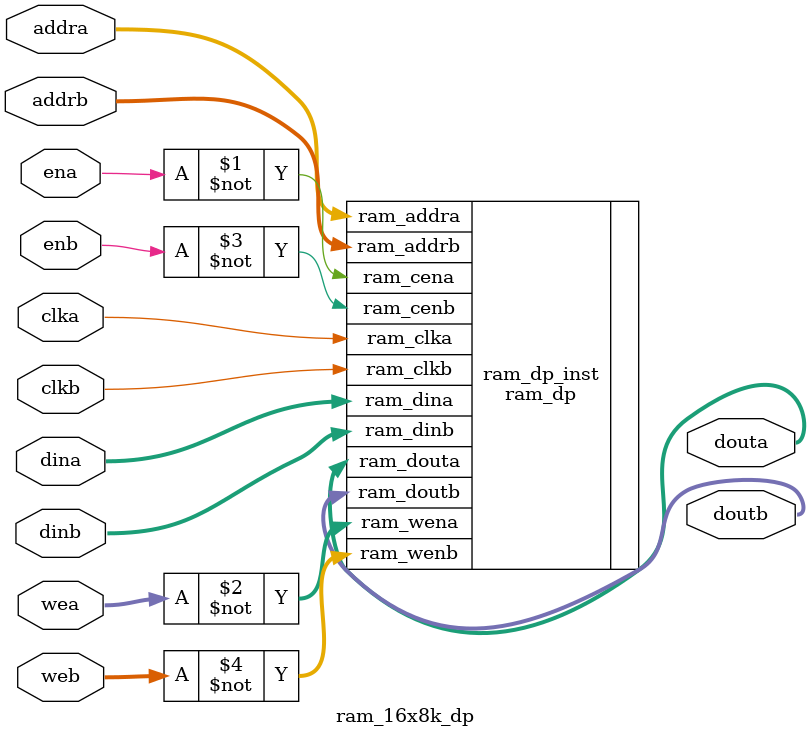
<source format=v>

module ram_16x8k_dp (
  clka,
  ena,
  wea,
  addra,
  dina,
  douta,
  clkb,
  enb,
  web,
  addrb,
  dinb,
  doutb
);

input clka;
input ena;
input [1 : 0] wea;
input [12 : 0] addra;
input [15 : 0] dina;
output [15 : 0] douta;
input clkb;
input enb;
input [1 : 0] web;
input [12 : 0] addrb;
input [15 : 0] dinb;
output [15 : 0] doutb;


//============
// RAM
//============

ram_dp #(.ADDR_MSB(12), .MEM_SIZE(16384)) ram_dp_inst (

// OUTPUTs
    .ram_douta     ( douta),      // RAM data output (Port A)
    .ram_doutb     ( doutb),      // RAM data output (Port B)

// INPUTs
    .ram_addra     ( addra),      // RAM address (Port A)
    .ram_cena      (~ena),        // RAM chip enable (low active) (Port A)
    .ram_clka      ( clka),       // RAM clock (Port A)
    .ram_dina      ( dina),       // RAM data input (Port A)
    .ram_wena      (~wea),        // RAM write enable (low active) (Port A)
    .ram_addrb     ( addrb),      // RAM address (Port B)
    .ram_cenb      (~enb),        // RAM chip enable (low active) (Port B)
    .ram_clkb      ( clkb),       // RAM clock (Port B)
    .ram_dinb      ( dinb),       // RAM data input (Port B)
    .ram_wenb      (~web)         // RAM write enable (low active) (Port B)
);


endmodule // ram_16x8k_dp


</source>
